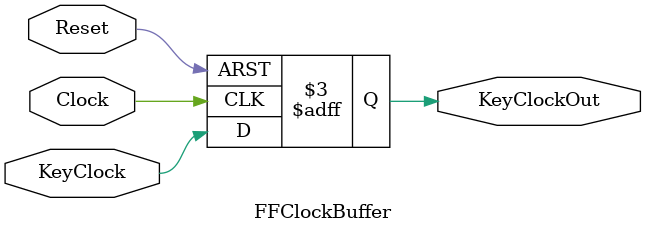
<source format=v>
`timescale 1ns / 1ps
module FFClockBuffer(
    input Clock,
    input Reset,
	 input KeyClock,
    output reg KeyClockOut
	 );
	 
	 always @ (negedge Clock, posedge Reset)
	 begin
		if (Reset == 1'b1)
			KeyClockOut <= 1'b0;
		else
			KeyClockOut <= KeyClock;
	 end

endmodule

</source>
